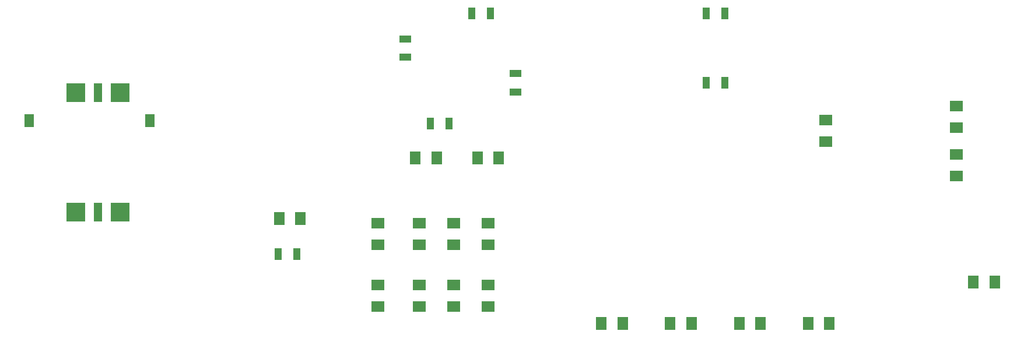
<source format=gbp>
%FSLAX25Y25*%
%MOIN*%
G70*
G01*
G75*
G04 Layer_Color=128*
%ADD10R,0.05906X0.07480*%
%ADD11R,0.07480X0.05906*%
%ADD12R,0.04331X0.06693*%
%ADD13R,0.06299X0.06299*%
%ADD14R,0.04331X0.03937*%
%ADD15R,0.08661X0.10236*%
%ADD16R,0.02756X0.05118*%
%ADD17R,0.09449X0.10236*%
%ADD18O,0.02362X0.07677*%
%ADD19O,0.07677X0.02362*%
%ADD20R,0.05118X0.02756*%
%ADD21O,0.01181X0.08268*%
%ADD22O,0.08268X0.01181*%
%ADD23R,0.06693X0.04331*%
%ADD24R,0.09055X0.09055*%
%ADD25R,0.33071X0.41929*%
%ADD26R,0.14961X0.04134*%
%ADD27O,0.09055X0.02756*%
%ADD28R,0.03150X0.18110*%
%ADD29R,0.18110X0.03150*%
%ADD30R,0.08858X0.03150*%
%ADD31R,0.10630X0.13780*%
%ADD32R,0.03150X0.09449*%
%ADD33R,0.03150X0.03937*%
%ADD34R,0.09449X0.07874*%
%ADD35R,0.00984X0.05512*%
%ADD36R,0.08661X0.05906*%
%ADD37C,0.01575*%
%ADD38C,0.00598*%
%ADD39C,0.03937*%
%ADD40C,0.03150*%
%ADD41C,0.00787*%
%ADD42C,0.02756*%
%ADD43C,0.12598*%
%ADD44R,0.05906X0.05906*%
%ADD45C,0.05906*%
%ADD46R,0.05906X0.05906*%
%ADD47C,0.19685*%
%ADD48C,0.06000*%
%ADD49C,0.13780*%
%ADD50C,0.09055*%
%ADD51C,0.12661*%
%ADD52P,0.06213X8X112.5*%
%ADD53O,0.04724X0.09843*%
%ADD54C,0.05000*%
%ADD55R,0.05709X0.07677*%
%ADD56R,0.04724X0.11024*%
%ADD57R,0.11024X0.11024*%
%ADD58C,0.00984*%
%ADD59C,0.02362*%
%ADD60C,0.01000*%
%ADD61R,0.06706X0.08280*%
%ADD62R,0.08280X0.06706*%
%ADD63R,0.05131X0.07493*%
%ADD64R,0.07099X0.07099*%
%ADD65R,0.05131X0.04737*%
%ADD66R,0.09461X0.11036*%
%ADD67R,0.03556X0.05918*%
%ADD68R,0.10249X0.11036*%
%ADD69O,0.03162X0.08477*%
%ADD70O,0.08477X0.03162*%
%ADD71R,0.05918X0.03556*%
%ADD72O,0.01981X0.09068*%
%ADD73O,0.09068X0.01981*%
%ADD74R,0.07493X0.05131*%
%ADD75R,0.09855X0.09855*%
%ADD76R,0.33871X0.42729*%
%ADD77R,0.15761X0.04934*%
%ADD78O,0.09855X0.03556*%
%ADD79R,0.03950X0.18910*%
%ADD80R,0.18910X0.03950*%
%ADD81R,0.09658X0.03950*%
%ADD82R,0.11430X0.14579*%
%ADD83R,0.03950X0.10249*%
%ADD84R,0.03950X0.04737*%
%ADD85R,0.10249X0.08674*%
%ADD86R,0.01784X0.06312*%
%ADD87R,0.09461X0.06706*%
%ADD88C,0.13398*%
%ADD89R,0.06706X0.06706*%
%ADD90C,0.06706*%
%ADD91R,0.06706X0.06706*%
%ADD92C,0.20485*%
%ADD93C,0.06800*%
%ADD94C,0.14579*%
%ADD95C,0.09855*%
%ADD96C,0.13461*%
%ADD97P,0.07079X8X112.5*%
%ADD98O,0.05524X0.10642*%
%ADD99C,0.05800*%
%ADD100R,0.06509X0.08477*%
%ADD101R,0.05524X0.11824*%
%ADD102R,0.11824X0.11824*%
D10*
X277756Y133858D02*
D03*
X265551D02*
D03*
X313189D02*
D03*
X300984D02*
D03*
X584449Y62992D02*
D03*
X596654D02*
D03*
X187598Y99213D02*
D03*
X199803D02*
D03*
X371850Y39370D02*
D03*
X384055D02*
D03*
X411221D02*
D03*
X423425D02*
D03*
X450591D02*
D03*
X462795D02*
D03*
X489961D02*
D03*
X502165D02*
D03*
D11*
X244094Y96653D02*
D03*
Y84449D02*
D03*
X574803Y151378D02*
D03*
Y163583D02*
D03*
X287402Y49016D02*
D03*
Y61221D02*
D03*
X267717Y49016D02*
D03*
Y61221D02*
D03*
X574803Y123819D02*
D03*
Y136024D02*
D03*
X500000Y143504D02*
D03*
Y155709D02*
D03*
X267717Y84449D02*
D03*
Y96653D02*
D03*
X287402Y84449D02*
D03*
Y96653D02*
D03*
X307087Y84449D02*
D03*
Y96653D02*
D03*
Y49016D02*
D03*
Y61221D02*
D03*
X244095Y49016D02*
D03*
Y61221D02*
D03*
D12*
X284843Y153543D02*
D03*
X274213D02*
D03*
X442323Y216535D02*
D03*
X431693D02*
D03*
X308465D02*
D03*
X297835D02*
D03*
X197835Y79134D02*
D03*
X187205D02*
D03*
X442323Y177165D02*
D03*
X431693D02*
D03*
D23*
X259842Y202165D02*
D03*
Y191535D02*
D03*
X322835Y182480D02*
D03*
Y171850D02*
D03*
D55*
X113779Y155512D02*
D03*
X44882D02*
D03*
D56*
X84252Y171260D02*
D03*
X84095Y103150D02*
D03*
D57*
X96850Y171260D02*
D03*
Y103150D02*
D03*
X71339D02*
D03*
X71260Y171260D02*
D03*
M02*

</source>
